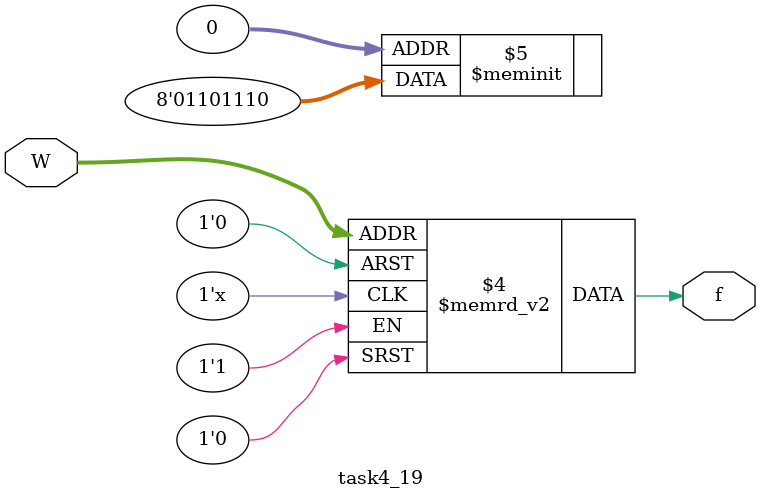
<source format=v>
module task4_19 (
  input [2:0] W,
  output reg f
);
  always @(*) begin
    case(W) 
      3'b000: f = 0;
      3'b001: f = 1;
      3'b010: f = 1;
      3'b011: f = 1;
      3'b100: f = 0;
      3'b101: f = 1;
      3'b110: f = 1;
      3'b111: f = 0;
      default: f = 0;
    endcase
  end
endmodule

</source>
